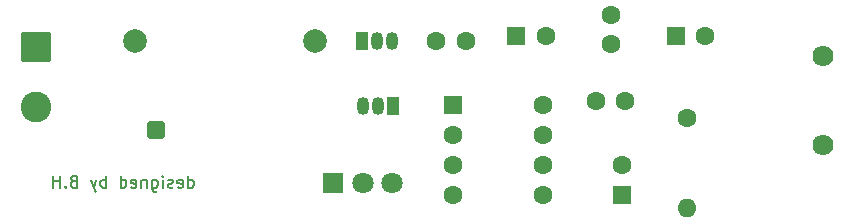
<source format=gbr>
%TF.GenerationSoftware,KiCad,Pcbnew,9.0.1*%
%TF.CreationDate,2025-08-10T20:13:13+01:00*%
%TF.ProjectId,fm-radio,666d2d72-6164-4696-9f2e-6b696361645f,rev?*%
%TF.SameCoordinates,Original*%
%TF.FileFunction,Soldermask,Bot*%
%TF.FilePolarity,Negative*%
%FSLAX46Y46*%
G04 Gerber Fmt 4.6, Leading zero omitted, Abs format (unit mm)*
G04 Created by KiCad (PCBNEW 9.0.1) date 2025-08-10 20:13:13*
%MOMM*%
%LPD*%
G01*
G04 APERTURE LIST*
G04 Aperture macros list*
%AMRoundRect*
0 Rectangle with rounded corners*
0 $1 Rounding radius*
0 $2 $3 $4 $5 $6 $7 $8 $9 X,Y pos of 4 corners*
0 Add a 4 corners polygon primitive as box body*
4,1,4,$2,$3,$4,$5,$6,$7,$8,$9,$2,$3,0*
0 Add four circle primitives for the rounded corners*
1,1,$1+$1,$2,$3*
1,1,$1+$1,$4,$5*
1,1,$1+$1,$6,$7*
1,1,$1+$1,$8,$9*
0 Add four rect primitives between the rounded corners*
20,1,$1+$1,$2,$3,$4,$5,0*
20,1,$1+$1,$4,$5,$6,$7,0*
20,1,$1+$1,$6,$7,$8,$9,0*
20,1,$1+$1,$8,$9,$2,$3,0*%
G04 Aperture macros list end*
%ADD10C,0.150000*%
%ADD11R,1.800000X1.800000*%
%ADD12C,1.800000*%
%ADD13C,1.779000*%
%ADD14RoundRect,0.250000X-0.550000X-0.550000X0.550000X-0.550000X0.550000X0.550000X-0.550000X0.550000X0*%
%ADD15C,1.600000*%
%ADD16C,2.000000*%
%ADD17RoundRect,0.250000X-1.050000X1.050000X-1.050000X-1.050000X1.050000X-1.050000X1.050000X1.050000X0*%
%ADD18C,2.600000*%
%ADD19O,1.600000X1.600000*%
%ADD20R,1.050000X1.500000*%
%ADD21O,1.050000X1.500000*%
%ADD22R,1.600000X1.600000*%
%ADD23RoundRect,0.246063X0.503937X0.503937X-0.503937X0.503937X-0.503937X-0.503937X0.503937X-0.503937X0*%
G04 APERTURE END LIST*
D10*
X76734649Y-73869819D02*
X76734649Y-72869819D01*
X76734649Y-73822200D02*
X76829887Y-73869819D01*
X76829887Y-73869819D02*
X77020363Y-73869819D01*
X77020363Y-73869819D02*
X77115601Y-73822200D01*
X77115601Y-73822200D02*
X77163220Y-73774580D01*
X77163220Y-73774580D02*
X77210839Y-73679342D01*
X77210839Y-73679342D02*
X77210839Y-73393628D01*
X77210839Y-73393628D02*
X77163220Y-73298390D01*
X77163220Y-73298390D02*
X77115601Y-73250771D01*
X77115601Y-73250771D02*
X77020363Y-73203152D01*
X77020363Y-73203152D02*
X76829887Y-73203152D01*
X76829887Y-73203152D02*
X76734649Y-73250771D01*
X75877506Y-73822200D02*
X75972744Y-73869819D01*
X75972744Y-73869819D02*
X76163220Y-73869819D01*
X76163220Y-73869819D02*
X76258458Y-73822200D01*
X76258458Y-73822200D02*
X76306077Y-73726961D01*
X76306077Y-73726961D02*
X76306077Y-73346009D01*
X76306077Y-73346009D02*
X76258458Y-73250771D01*
X76258458Y-73250771D02*
X76163220Y-73203152D01*
X76163220Y-73203152D02*
X75972744Y-73203152D01*
X75972744Y-73203152D02*
X75877506Y-73250771D01*
X75877506Y-73250771D02*
X75829887Y-73346009D01*
X75829887Y-73346009D02*
X75829887Y-73441247D01*
X75829887Y-73441247D02*
X76306077Y-73536485D01*
X75448934Y-73822200D02*
X75353696Y-73869819D01*
X75353696Y-73869819D02*
X75163220Y-73869819D01*
X75163220Y-73869819D02*
X75067982Y-73822200D01*
X75067982Y-73822200D02*
X75020363Y-73726961D01*
X75020363Y-73726961D02*
X75020363Y-73679342D01*
X75020363Y-73679342D02*
X75067982Y-73584104D01*
X75067982Y-73584104D02*
X75163220Y-73536485D01*
X75163220Y-73536485D02*
X75306077Y-73536485D01*
X75306077Y-73536485D02*
X75401315Y-73488866D01*
X75401315Y-73488866D02*
X75448934Y-73393628D01*
X75448934Y-73393628D02*
X75448934Y-73346009D01*
X75448934Y-73346009D02*
X75401315Y-73250771D01*
X75401315Y-73250771D02*
X75306077Y-73203152D01*
X75306077Y-73203152D02*
X75163220Y-73203152D01*
X75163220Y-73203152D02*
X75067982Y-73250771D01*
X74591791Y-73869819D02*
X74591791Y-73203152D01*
X74591791Y-72869819D02*
X74639410Y-72917438D01*
X74639410Y-72917438D02*
X74591791Y-72965057D01*
X74591791Y-72965057D02*
X74544172Y-72917438D01*
X74544172Y-72917438D02*
X74591791Y-72869819D01*
X74591791Y-72869819D02*
X74591791Y-72965057D01*
X73687030Y-73203152D02*
X73687030Y-74012676D01*
X73687030Y-74012676D02*
X73734649Y-74107914D01*
X73734649Y-74107914D02*
X73782268Y-74155533D01*
X73782268Y-74155533D02*
X73877506Y-74203152D01*
X73877506Y-74203152D02*
X74020363Y-74203152D01*
X74020363Y-74203152D02*
X74115601Y-74155533D01*
X73687030Y-73822200D02*
X73782268Y-73869819D01*
X73782268Y-73869819D02*
X73972744Y-73869819D01*
X73972744Y-73869819D02*
X74067982Y-73822200D01*
X74067982Y-73822200D02*
X74115601Y-73774580D01*
X74115601Y-73774580D02*
X74163220Y-73679342D01*
X74163220Y-73679342D02*
X74163220Y-73393628D01*
X74163220Y-73393628D02*
X74115601Y-73298390D01*
X74115601Y-73298390D02*
X74067982Y-73250771D01*
X74067982Y-73250771D02*
X73972744Y-73203152D01*
X73972744Y-73203152D02*
X73782268Y-73203152D01*
X73782268Y-73203152D02*
X73687030Y-73250771D01*
X73210839Y-73203152D02*
X73210839Y-73869819D01*
X73210839Y-73298390D02*
X73163220Y-73250771D01*
X73163220Y-73250771D02*
X73067982Y-73203152D01*
X73067982Y-73203152D02*
X72925125Y-73203152D01*
X72925125Y-73203152D02*
X72829887Y-73250771D01*
X72829887Y-73250771D02*
X72782268Y-73346009D01*
X72782268Y-73346009D02*
X72782268Y-73869819D01*
X71925125Y-73822200D02*
X72020363Y-73869819D01*
X72020363Y-73869819D02*
X72210839Y-73869819D01*
X72210839Y-73869819D02*
X72306077Y-73822200D01*
X72306077Y-73822200D02*
X72353696Y-73726961D01*
X72353696Y-73726961D02*
X72353696Y-73346009D01*
X72353696Y-73346009D02*
X72306077Y-73250771D01*
X72306077Y-73250771D02*
X72210839Y-73203152D01*
X72210839Y-73203152D02*
X72020363Y-73203152D01*
X72020363Y-73203152D02*
X71925125Y-73250771D01*
X71925125Y-73250771D02*
X71877506Y-73346009D01*
X71877506Y-73346009D02*
X71877506Y-73441247D01*
X71877506Y-73441247D02*
X72353696Y-73536485D01*
X71020363Y-73869819D02*
X71020363Y-72869819D01*
X71020363Y-73822200D02*
X71115601Y-73869819D01*
X71115601Y-73869819D02*
X71306077Y-73869819D01*
X71306077Y-73869819D02*
X71401315Y-73822200D01*
X71401315Y-73822200D02*
X71448934Y-73774580D01*
X71448934Y-73774580D02*
X71496553Y-73679342D01*
X71496553Y-73679342D02*
X71496553Y-73393628D01*
X71496553Y-73393628D02*
X71448934Y-73298390D01*
X71448934Y-73298390D02*
X71401315Y-73250771D01*
X71401315Y-73250771D02*
X71306077Y-73203152D01*
X71306077Y-73203152D02*
X71115601Y-73203152D01*
X71115601Y-73203152D02*
X71020363Y-73250771D01*
X69782267Y-73869819D02*
X69782267Y-72869819D01*
X69782267Y-73250771D02*
X69687029Y-73203152D01*
X69687029Y-73203152D02*
X69496553Y-73203152D01*
X69496553Y-73203152D02*
X69401315Y-73250771D01*
X69401315Y-73250771D02*
X69353696Y-73298390D01*
X69353696Y-73298390D02*
X69306077Y-73393628D01*
X69306077Y-73393628D02*
X69306077Y-73679342D01*
X69306077Y-73679342D02*
X69353696Y-73774580D01*
X69353696Y-73774580D02*
X69401315Y-73822200D01*
X69401315Y-73822200D02*
X69496553Y-73869819D01*
X69496553Y-73869819D02*
X69687029Y-73869819D01*
X69687029Y-73869819D02*
X69782267Y-73822200D01*
X68972743Y-73203152D02*
X68734648Y-73869819D01*
X68496553Y-73203152D02*
X68734648Y-73869819D01*
X68734648Y-73869819D02*
X68829886Y-74107914D01*
X68829886Y-74107914D02*
X68877505Y-74155533D01*
X68877505Y-74155533D02*
X68972743Y-74203152D01*
X67020362Y-73346009D02*
X66877505Y-73393628D01*
X66877505Y-73393628D02*
X66829886Y-73441247D01*
X66829886Y-73441247D02*
X66782267Y-73536485D01*
X66782267Y-73536485D02*
X66782267Y-73679342D01*
X66782267Y-73679342D02*
X66829886Y-73774580D01*
X66829886Y-73774580D02*
X66877505Y-73822200D01*
X66877505Y-73822200D02*
X66972743Y-73869819D01*
X66972743Y-73869819D02*
X67353695Y-73869819D01*
X67353695Y-73869819D02*
X67353695Y-72869819D01*
X67353695Y-72869819D02*
X67020362Y-72869819D01*
X67020362Y-72869819D02*
X66925124Y-72917438D01*
X66925124Y-72917438D02*
X66877505Y-72965057D01*
X66877505Y-72965057D02*
X66829886Y-73060295D01*
X66829886Y-73060295D02*
X66829886Y-73155533D01*
X66829886Y-73155533D02*
X66877505Y-73250771D01*
X66877505Y-73250771D02*
X66925124Y-73298390D01*
X66925124Y-73298390D02*
X67020362Y-73346009D01*
X67020362Y-73346009D02*
X67353695Y-73346009D01*
X66353695Y-73774580D02*
X66306076Y-73822200D01*
X66306076Y-73822200D02*
X66353695Y-73869819D01*
X66353695Y-73869819D02*
X66401314Y-73822200D01*
X66401314Y-73822200D02*
X66353695Y-73774580D01*
X66353695Y-73774580D02*
X66353695Y-73869819D01*
X65877505Y-73869819D02*
X65877505Y-72869819D01*
X65877505Y-73346009D02*
X65306077Y-73346009D01*
X65306077Y-73869819D02*
X65306077Y-72869819D01*
D11*
%TO.C,RV1*%
X89000000Y-73500000D03*
D12*
X91500000Y-73500000D03*
X94000000Y-73500000D03*
%TD*%
D13*
%TO.C,LS1*%
X130500000Y-62700000D03*
X130500000Y-70300000D03*
%TD*%
D14*
%TO.C,U1*%
X99195000Y-66880000D03*
D15*
X99195000Y-69420000D03*
X99195000Y-71960000D03*
X99195000Y-74500000D03*
X106815000Y-74500000D03*
X106815000Y-71960000D03*
X106815000Y-69420000D03*
X106815000Y-66880000D03*
%TD*%
D16*
%TO.C,L1*%
X72260000Y-61500000D03*
X87500000Y-61500000D03*
%TD*%
D17*
%TO.C,J1*%
X63827500Y-62000000D03*
D18*
X63827500Y-67080000D03*
%TD*%
D15*
%TO.C,R2*%
X119000000Y-68000000D03*
D19*
X119000000Y-75620000D03*
%TD*%
D20*
%TO.C,Q2*%
X94040000Y-67000000D03*
D21*
X92770000Y-67000000D03*
X91500000Y-67000000D03*
%TD*%
D20*
%TO.C,Q1*%
X91460000Y-61500000D03*
D21*
X92730000Y-61500000D03*
X94000000Y-61500000D03*
%TD*%
D15*
%TO.C,C7*%
X112500000Y-59250000D03*
X112500000Y-61750000D03*
%TD*%
%TO.C,C6*%
X100250000Y-61500000D03*
X97750000Y-61500000D03*
%TD*%
D22*
%TO.C,C5*%
X113500000Y-74500000D03*
D15*
X113500000Y-72000000D03*
%TD*%
D22*
%TO.C,C4*%
X104500000Y-61000000D03*
D15*
X107000000Y-61000000D03*
%TD*%
D22*
%TO.C,C2*%
X118000000Y-61000000D03*
D15*
X120500000Y-61000000D03*
%TD*%
%TO.C,C1*%
X111250000Y-66500000D03*
X113750000Y-66500000D03*
%TD*%
D23*
%TO.C,AE1*%
X74000000Y-69000000D03*
%TD*%
M02*

</source>
